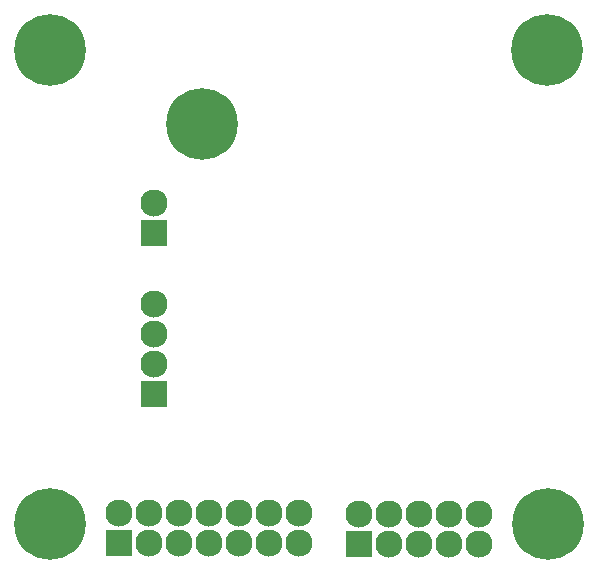
<source format=gbs>
G04 #@! TF.FileFunction,Soldermask,Bot*
%FSLAX46Y46*%
G04 Gerber Fmt 4.6, Leading zero omitted, Abs format (unit mm)*
G04 Created by KiCad (PCBNEW 4.0.6) date Monday, 31 July 2017 'PMt' 21:07:52*
%MOMM*%
%LPD*%
G01*
G04 APERTURE LIST*
%ADD10C,0.100000*%
%ADD11R,2.300000X2.300000*%
%ADD12C,2.300000*%
%ADD13C,6.064000*%
G04 APERTURE END LIST*
D10*
D11*
X149480000Y-107180000D03*
D12*
X149480000Y-104640000D03*
X149480000Y-102100000D03*
X149480000Y-99560000D03*
D11*
X146520000Y-119820000D03*
D12*
X146520000Y-117280000D03*
X149060000Y-119820000D03*
X149060000Y-117280000D03*
X151600000Y-119820000D03*
X151600000Y-117280000D03*
X154140000Y-119820000D03*
X154140000Y-117280000D03*
X156680000Y-119820000D03*
X156680000Y-117280000D03*
X159220000Y-119820000D03*
X159220000Y-117280000D03*
X161760000Y-119820000D03*
X161760000Y-117280000D03*
D11*
X166840000Y-119840000D03*
D12*
X166840000Y-117300000D03*
X169380000Y-119840000D03*
X169380000Y-117300000D03*
X171920000Y-119840000D03*
X171920000Y-117300000D03*
X174460000Y-119840000D03*
X174460000Y-117300000D03*
X177000000Y-119840000D03*
X177000000Y-117300000D03*
D13*
X182791100Y-78028800D03*
X140675000Y-78025000D03*
X140675000Y-118150000D03*
X182800000Y-118150000D03*
X153500000Y-84350000D03*
D11*
X149504400Y-93522800D03*
D12*
X149504400Y-90982800D03*
M02*

</source>
